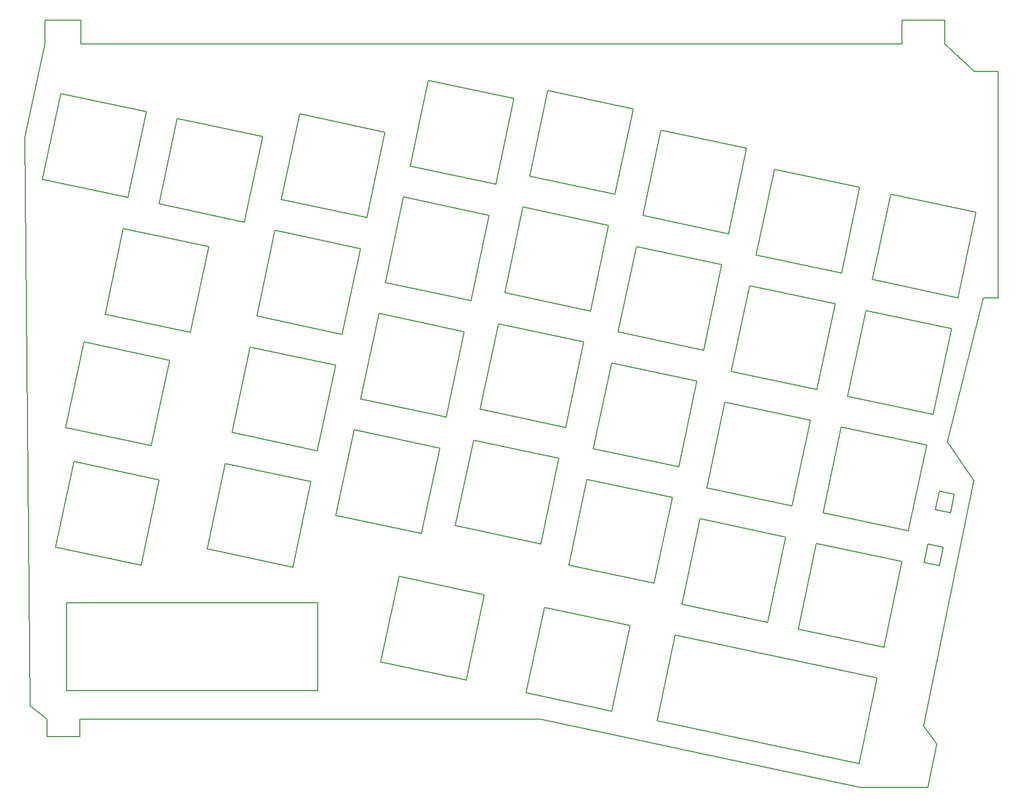
<source format=gm1>
G04 #@! TF.GenerationSoftware,KiCad,Pcbnew,(5.1.5-0-10_14)*
G04 #@! TF.CreationDate,2020-04-19T15:18:08+09:00*
G04 #@! TF.ProjectId,colice_pcb_left_keyplate,636f6c69-6365-45f7-9063-625f6c656674,rev?*
G04 #@! TF.SameCoordinates,Original*
G04 #@! TF.FileFunction,Profile,NP*
%FSLAX46Y46*%
G04 Gerber Fmt 4.6, Leading zero omitted, Abs format (unit mm)*
G04 Created by KiCad (PCBNEW (5.1.5-0-10_14)) date 2020-04-19 15:18:08*
%MOMM*%
%LPD*%
G04 APERTURE LIST*
%ADD10C,0.200000*%
G04 APERTURE END LIST*
D10*
X200561585Y-26191216D02*
X196769279Y-26191216D01*
X200528989Y-29630634D02*
X200561585Y-26191216D01*
X200546461Y-62442613D02*
X200528989Y-29630634D01*
X198206877Y-62442613D02*
X200546461Y-62442613D01*
X192464831Y-85513806D02*
X198206877Y-62442613D01*
X188701929Y-104765836D02*
X189325668Y-101831389D01*
X189325668Y-101831389D02*
X191758739Y-102348553D01*
X191758739Y-102348553D02*
X191135000Y-105283000D01*
X119026839Y-49210955D02*
X116115971Y-62905468D01*
X105332300Y-46300093D02*
X119026839Y-49210955D01*
X81807277Y-65350751D02*
X84718144Y-51656238D01*
X152817107Y-97777657D02*
X166511647Y-100688519D01*
X153866977Y-92838419D02*
X156777846Y-79143905D01*
X167561518Y-95749281D02*
X153866977Y-92838419D01*
X170472385Y-82054767D02*
X167561518Y-95749281D01*
X97410824Y-83567597D02*
X111105363Y-86478458D01*
X98460694Y-78628358D02*
X101371562Y-64933844D01*
X112155234Y-81539219D02*
X98460694Y-78628358D01*
X115066101Y-67844706D02*
X112155234Y-81539219D01*
X101371562Y-64933844D02*
X115066101Y-67844706D01*
X117589589Y-80258520D02*
X120500457Y-66564007D01*
X131284129Y-83169382D02*
X117589589Y-80258520D01*
X95501816Y-68261613D02*
X81807277Y-65350751D01*
X98412683Y-54567100D02*
X95501816Y-68261613D01*
X84718144Y-51656238D02*
X98412683Y-54567100D01*
X77846539Y-83984503D02*
X80757406Y-70289990D01*
X91541078Y-86895365D02*
X77846539Y-83984503D01*
X94451945Y-73200851D02*
X91541078Y-86895365D01*
X80757406Y-70289990D02*
X94451945Y-73200851D01*
X73885801Y-102618254D02*
X76796668Y-88923741D01*
X134194996Y-69474869D02*
X131284129Y-83169382D01*
X120500457Y-66564007D02*
X134194996Y-69474869D01*
X121550272Y-61625027D02*
X124461140Y-47930514D01*
X135244812Y-64535889D02*
X121550272Y-61625027D01*
X168540027Y-115432901D02*
X171450894Y-101738387D01*
X182234566Y-118343762D02*
X168540027Y-115432901D01*
X185145434Y-104649249D02*
X182234566Y-118343762D01*
X171450894Y-101738387D02*
X185145434Y-104649249D01*
X149906240Y-111472170D02*
X152817107Y-97777657D01*
X163600780Y-114383032D02*
X149906240Y-111472170D01*
X166511647Y-100688519D02*
X163600780Y-114383032D01*
X138155679Y-50841376D02*
X135244812Y-64535889D01*
X124461140Y-47930514D02*
X138155679Y-50841376D01*
X102421432Y-59994606D02*
X105332300Y-46300093D01*
X116115971Y-62905468D02*
X102421432Y-59994606D01*
X127892066Y-111955312D02*
X141586605Y-114866173D01*
X101689224Y-120698967D02*
X104600091Y-107004454D01*
X115383763Y-123609829D02*
X101689224Y-120698967D01*
X118294630Y-109915315D02*
X115383763Y-123609829D01*
X104600091Y-107004454D02*
X118294630Y-109915315D01*
X113628852Y-98892272D02*
X116539719Y-85197758D01*
X127323391Y-101803133D02*
X113628852Y-98892272D01*
X130234258Y-88108620D02*
X127323391Y-101803133D01*
X116539719Y-85197758D02*
X130234258Y-88108620D01*
X94499956Y-97262109D02*
X97410824Y-83567597D01*
X108194496Y-100172971D02*
X94499956Y-97262109D01*
X111105363Y-86478458D02*
X108194496Y-100172971D01*
X134678138Y-91489002D02*
X148372677Y-94399863D01*
X124981199Y-125649825D02*
X127892066Y-111955312D01*
X138675738Y-128560687D02*
X124981199Y-125649825D01*
X141586605Y-114866173D02*
X138675738Y-128560687D01*
X161788399Y-55571175D02*
X164699266Y-41876661D01*
X175482938Y-58482036D02*
X161788399Y-55571175D01*
X178393806Y-44787523D02*
X175482938Y-58482036D01*
X53656485Y-17988983D02*
X47937126Y-17988983D01*
X53656485Y-21809740D02*
X53656485Y-17988983D01*
X185101088Y-21809740D02*
X53656485Y-21809740D01*
X185101088Y-17988983D02*
X185101088Y-21809740D01*
X191980330Y-17988983D02*
X185101088Y-17988983D01*
X191980330Y-21809740D02*
X191980330Y-17988983D01*
X196769279Y-26191216D02*
X191980330Y-21809740D01*
X164699266Y-41876661D02*
X178393806Y-44787523D01*
X180422186Y-59531905D02*
X183333053Y-45837392D01*
X194116725Y-62442767D02*
X180422186Y-59531905D01*
X197027592Y-48748254D02*
X194116725Y-62442767D01*
X183333053Y-45837392D02*
X197027592Y-48748254D01*
X51407070Y-125244135D02*
X51407070Y-111205849D01*
X91601921Y-125244135D02*
X51407070Y-125244135D01*
X87580340Y-105529116D02*
X73885801Y-102618254D01*
X90491207Y-91834603D02*
X87580340Y-105529116D01*
X76796668Y-88923741D02*
X90491207Y-91834603D01*
X49603383Y-102325779D02*
X52514250Y-88631266D01*
X63297922Y-105236641D02*
X49603383Y-102325779D01*
X66208789Y-91542128D02*
X63297922Y-105236641D01*
X52514250Y-88631266D02*
X66208789Y-91542128D01*
X51239815Y-83197983D02*
X54150682Y-69503468D01*
X64928143Y-86107523D02*
X51239815Y-83197983D01*
X67839010Y-72413010D02*
X64928143Y-86107523D01*
X54150682Y-69503468D02*
X67839010Y-72413010D01*
X57524859Y-65058276D02*
X60435726Y-51363763D01*
X71219398Y-67969138D02*
X57524859Y-65058276D01*
X74130265Y-54274625D02*
X71219398Y-67969138D01*
X60435726Y-51363763D02*
X74130265Y-54274625D01*
X47510257Y-43453977D02*
X50421124Y-29759464D01*
X61204796Y-46364839D02*
X47510257Y-43453977D01*
X64115663Y-32670326D02*
X61204796Y-46364839D01*
X50421124Y-29759464D02*
X64115663Y-32670326D01*
X66144043Y-47414707D02*
X69054911Y-33720194D01*
X79838583Y-50325569D02*
X66144043Y-47414707D01*
X82749450Y-36631056D02*
X79838583Y-50325569D01*
X69054911Y-33720194D02*
X82749450Y-36631056D01*
X85768014Y-46717000D02*
X88678882Y-33022487D01*
X91601921Y-111205849D02*
X91601921Y-125244135D01*
X51407070Y-111205849D02*
X91601921Y-111205849D01*
X192464831Y-85513806D02*
X192464831Y-85513806D01*
X196633160Y-91706077D02*
X192464831Y-85513806D01*
X188593775Y-130966330D02*
X196633160Y-91706077D01*
X190762818Y-133840207D02*
X188593775Y-130966330D01*
X189297840Y-140732488D02*
X190762818Y-133840207D01*
X178488870Y-140732488D02*
X189297840Y-140732488D01*
X127246197Y-129840578D02*
X178488870Y-140732488D01*
X53509153Y-129828653D02*
X127246197Y-129840578D01*
X53509153Y-132653562D02*
X53509153Y-129828653D01*
X48251869Y-132655846D02*
X53509153Y-132653562D01*
X48251869Y-129830682D02*
X48251869Y-132655846D01*
X45558949Y-127749170D02*
X48251869Y-129830682D01*
X44703118Y-36710414D02*
X45558949Y-127749170D01*
X47937126Y-21809740D02*
X44703118Y-36710414D01*
X47937126Y-17988983D02*
X47937126Y-21809740D01*
X157343969Y-52193381D02*
X143649430Y-49282519D01*
X160254836Y-38498868D02*
X157343969Y-52193381D01*
X146560297Y-35588006D02*
X160254836Y-38498868D01*
X99462554Y-49627862D02*
X85768014Y-46717000D01*
X102373421Y-35933348D02*
X99462554Y-49627862D01*
X88678882Y-33022487D02*
X102373421Y-35933348D01*
X106382115Y-41361113D02*
X109292982Y-27666600D01*
X120076654Y-44271975D02*
X106382115Y-41361113D01*
X122987522Y-30577462D02*
X120076654Y-44271975D01*
X109292982Y-27666600D02*
X122987522Y-30577462D01*
X125511010Y-42991276D02*
X128421878Y-29296763D01*
X139205549Y-45902138D02*
X125511010Y-42991276D01*
X142116417Y-32207624D02*
X139205549Y-45902138D01*
X128421878Y-29296763D02*
X142116417Y-32207624D01*
X143649430Y-49282519D02*
X146560297Y-35588006D01*
X156777846Y-79143905D02*
X170472385Y-82054767D01*
X157827661Y-74204926D02*
X160738529Y-60510413D01*
X171522200Y-77115788D02*
X157827661Y-74204926D01*
X174433068Y-63421275D02*
X171522200Y-77115788D01*
X160738529Y-60510413D02*
X174433068Y-63421275D01*
X135728009Y-86549763D02*
X138638876Y-72855250D01*
X149422548Y-89460625D02*
X135728009Y-86549763D01*
X152333415Y-75766112D02*
X149422548Y-89460625D01*
X138638876Y-72855250D02*
X152333415Y-75766112D01*
X139688747Y-67916012D02*
X142599614Y-54221499D01*
X153383286Y-70826874D02*
X139688747Y-67916012D01*
X156294152Y-57132360D02*
X153383286Y-70826874D01*
X142599614Y-54221499D02*
X156294152Y-57132360D01*
X131767271Y-105183515D02*
X134678138Y-91489002D01*
X145461810Y-108094377D02*
X131767271Y-105183515D01*
X148372677Y-94399863D02*
X145461810Y-108094377D01*
X186195304Y-99710011D02*
X172500765Y-96799149D01*
X189106172Y-86015498D02*
X186195304Y-99710011D01*
X175411632Y-83104636D02*
X189106172Y-86015498D01*
X190495811Y-96325322D02*
X191119550Y-93390875D01*
X192928882Y-96842487D02*
X190495811Y-96325322D01*
X193552621Y-93908039D02*
X192928882Y-96842487D01*
X191119550Y-93390875D02*
X193552621Y-93908039D01*
X145945417Y-130105940D02*
X148856285Y-116411427D01*
X178273677Y-136977527D02*
X145945417Y-130105940D01*
X181184544Y-123283014D02*
X178273677Y-136977527D01*
X148856285Y-116411427D02*
X181184544Y-123283014D01*
X176461448Y-78165657D02*
X179372315Y-64471143D01*
X190155987Y-81076518D02*
X176461448Y-78165657D01*
X193066854Y-67382005D02*
X190155987Y-81076518D01*
X179372315Y-64471143D02*
X193066854Y-67382005D01*
X172500765Y-96799149D02*
X175411632Y-83104636D01*
X191135000Y-105283000D02*
X188701929Y-104765836D01*
M02*

</source>
